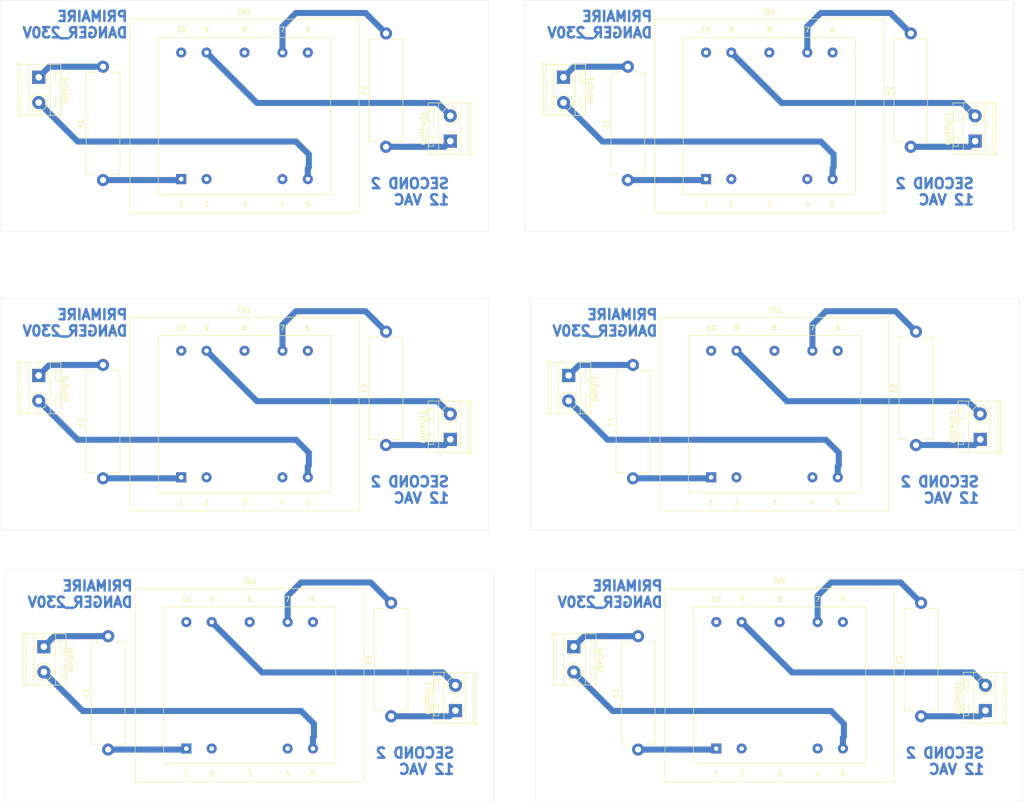
<source format=kicad_pcb>
(kicad_pcb (version 20240108) (generator "pcbnew") (generator_version "8.0")
  (layers (0 "F.Cu" signal) (31 "B.Cu" signal) (34 "B.Paste" user) (35 "F.Paste" user) (36 "B.SilkS" user "B.Silkscreen") (37 "F.SilkS" user "F.Silkscreen") (38 "B.Mask" user) (39 "F.Mask" user) (44 "Edge.Cuts" user))
  (net 0 "")
  (net 1 "Net-(F2-Pad2)")
  (net 2 "Net-(INPUT1-Pin_2)")
  (net 3 "Net-(OUTPUT1-Pin_2)")
  (net 4 "Net-(F1-Pad1)")
  (net 5 "Net-(INPUT1-Pin_1)")
  (net 6 "Net-(OUTPUT1-Pin_1)")
  (footprint "Resistor_THT:R_Axial_Power_L20.0mm_W6.4mm_P22.40mm" (layer "F.Cu") (at 206.248 50.316 90)
    (property "Reference" "F2" (at 11.2 -4.32 90) (layer "F.SilkS"))
    (property "Value" "500m")
    (pad "1" thru_hole circle (at 0 0 90) (size 2.4 2.4) (drill 1.2) (layers "*.Cu" "*.Mask") (net 6 "Net-(OUTPUT1-Pin_1)"))
    (pad "2" thru_hole oval (at 22.4 0 90) (size 2.4 2.4) (drill 1.2) (layers "*.Cu" "*.Mask") (net 1 "Net-(F2-Pad2)"))
  )
  (footprint "TerminalBlock_MetzConnect:TerminalBlock_MetzConnect_Type094_RT03502HBLU_1x02_P5.00mm_Horizontal" (layer "F.Cu") (at 220.98 161.718 90)
    (property "Reference" "OUTPUT1" (at 2.5 -5.36 90) (layer "F.SilkS"))
    (property "Value" "OUTPUT_12_AC")
    (pad "1" thru_hole rect (at 0 0 90) (size 2.6 2.6) (drill 1.3) (layers "*.Cu" "*.Mask") (net 6 "Net-(OUTPUT1-Pin_1)"))
    (pad "2" thru_hole circle (at 5 0 90) (size 2.6 2.6) (drill 1.3) (layers "*.Cu" "*.Mask") (net 3 "Net-(OUTPUT1-Pin_2)"))
  )
  (footprint "TerminalBlock_MetzConnect:TerminalBlock_MetzConnect_Type094_RT03502HBLU_1x02_P5.00mm_Horizontal" (layer "F.Cu") (at 137.668 36.576 -90)
    (property "Reference" "INPUT1" (at 2.5 -5.36 90) (layer "F.SilkS"))
    (property "Value" "INPUT_230V_AC")
    (pad "1" thru_hole rect (at 0 0 270) (size 2.6 2.6) (drill 1.3) (layers "*.Cu" "*.Mask") (net 5 "Net-(INPUT1-Pin_1)"))
    (pad "2" thru_hole circle (at 5 0 270) (size 2.6 2.6) (drill 1.3) (layers "*.Cu" "*.Mask") (net 2 "Net-(INPUT1-Pin_2)"))
  )
  (footprint "Transformer_THT:Transformer_Breve_TEZ-38x45" (layer "F.Cu") (at 62.176 56.696)
    (property "Reference" "TR1" (at 12.5 -33 0) (layer "F.SilkS"))
    (property "Value" "TRANSF")
    (fp_text user "10" (at 0 -29.5 0) (layer "F.SilkS"))
    (fp_text user "5" (at 25 5 0) (layer "F.SilkS"))
    (fp_text user "1" (at 0 5 0) (layer "F.SilkS"))
    (fp_text user "2" (at 5 5 0) (layer "F.SilkS"))
    (fp_text user "8" (at 12.5 -29.5 0) (layer "F.SilkS"))
    (fp_text user "3" (at 12.5 5 0) (layer "F.SilkS"))
    (fp_text user "4" (at 20 5 0) (layer "F.SilkS"))
    (fp_text user "7" (at 20 -29.5 0) (layer "F.SilkS"))
    (fp_text user "6" (at 25 -29.5 0) (layer "F.SilkS"))
    (fp_text user "9" (at 5 -29.5 0) (layer "F.SilkS"))
    (pad "1" thru_hole rect (at 0 0) (size 2 2) (drill 0.9) (layers "*.Cu" "*.Mask") (net 4 "Net-(F1-Pad1)"))
    (pad "2" thru_hole circle (at 5 0) (size 2 2) (drill 0.9) (layers "*.Cu" "*.Mask"))
    (pad "4" thru_hole circle (at 20 0) (size 2 2) (drill 0.9) (layers "*.Cu" "*.Mask"))
    (pad "5" thru_hole circle (at 25 0) (size 2 2) (drill 0.9) (layers "*.Cu" "*.Mask") (net 2 "Net-(INPUT1-Pin_2)"))
    (pad "6" thru_hole circle (at 25 -25) (size 2 2) (drill 0.9) (layers "*.Cu" "*.Mask"))
    (pad "7" thru_hole circle (at 20 -25) (size 2 2) (drill 0.9) (layers "*.Cu" "*.Mask") (net 1 "Net-(F2-Pad2)"))
    (pad "8" thru_hole circle (at 12.5 -25) (size 2 2) (drill 0.9) (layers "*.Cu" "*.Mask"))
    (pad "9" thru_hole circle (at 5 -25) (size 2 2) (drill 0.9) (layers "*.Cu" "*.Mask") (net 3 "Net-(OUTPUT1-Pin_2)"))
    (pad "10" thru_hole circle (at 0 -25) (size 2 2) (drill 0.9) (layers "*.Cu" "*.Mask"))
  )
  (footprint "Transformer_THT:Transformer_Breve_TEZ-38x45" (layer "F.Cu") (at 63.192 169.218)
    (property "Reference" "TR1" (at 12.5 -33 0) (layer "F.SilkS"))
    (property "Value" "TRANSF")
    (fp_text user "10" (at 0 -29.5 0) (layer "F.SilkS"))
    (fp_text user "5" (at 25 5 0) (layer "F.SilkS"))
    (fp_text user "1" (at 0 5 0) (layer "F.SilkS"))
    (fp_text user "2" (at 5 5 0) (layer "F.SilkS"))
    (fp_text user "8" (at 12.5 -29.5 0) (layer "F.SilkS"))
    (fp_text user "3" (at 12.5 5 0) (layer "F.SilkS"))
    (fp_text user "4" (at 20 5 0) (layer "F.SilkS"))
    (fp_text user "7" (at 20 -29.5 0) (layer "F.SilkS"))
    (fp_text user "6" (at 25 -29.5 0) (layer "F.SilkS"))
    (fp_text user "9" (at 5 -29.5 0) (layer "F.SilkS"))
    (pad "1" thru_hole rect (at 0 0) (size 2 2) (drill 0.9) (layers "*.Cu" "*.Mask") (net 4 "Net-(F1-Pad1)"))
    (pad "2" thru_hole circle (at 5 0) (size 2 2) (drill 0.9) (layers "*.Cu" "*.Mask"))
    (pad "4" thru_hole circle (at 20 0) (size 2 2) (drill 0.9) (layers "*.Cu" "*.Mask"))
    (pad "5" thru_hole circle (at 25 0) (size 2 2) (drill 0.9) (layers "*.Cu" "*.Mask") (net 2 "Net-(INPUT1-Pin_2)"))
    (pad "6" thru_hole circle (at 25 -25) (size 2 2) (drill 0.9) (layers "*.Cu" "*.Mask"))
    (pad "7" thru_hole circle (at 20 -25) (size 2 2) (drill 0.9) (layers "*.Cu" "*.Mask") (net 1 "Net-(F2-Pad2)"))
    (pad "8" thru_hole circle (at 12.5 -25) (size 2 2) (drill 0.9) (layers "*.Cu" "*.Mask"))
    (pad "9" thru_hole circle (at 5 -25) (size 2 2) (drill 0.9) (layers "*.Cu" "*.Mask") (net 3 "Net-(OUTPUT1-Pin_2)"))
    (pad "10" thru_hole circle (at 0 -25) (size 2 2) (drill 0.9) (layers "*.Cu" "*.Mask"))
  )
  (footprint "TerminalBlock_MetzConnect:TerminalBlock_MetzConnect_Type094_RT03502HBLU_1x02_P5.00mm_Horizontal" (layer "F.Cu") (at 139.7 149.098 -90)
    (property "Reference" "INPUT1" (at 2.5 -5.36 90) (layer "F.SilkS"))
    (property "Value" "INPUT_230V_AC")
    (pad "1" thru_hole rect (at 0 0 270) (size 2.6 2.6) (drill 1.3) (layers "*.Cu" "*.Mask") (net 5 "Net-(INPUT1-Pin_1)"))
    (pad "2" thru_hole circle (at 5 0 270) (size 2.6 2.6) (drill 1.3) (layers "*.Cu" "*.Mask") (net 2 "Net-(INPUT1-Pin_2)"))
  )
  (footprint "TerminalBlock_MetzConnect:TerminalBlock_MetzConnect_Type094_RT03502HBLU_1x02_P5.00mm_Horizontal" (layer "F.Cu") (at 115.316 49.196 90)
    (property "Reference" "OUTPUT1" (at 2.5 -5.36 90) (layer "F.SilkS"))
    (property "Value" "OUTPUT_12_AC")
    (pad "1" thru_hole rect (at 0 0 90) (size 2.6 2.6) (drill 1.3) (layers "*.Cu" "*.Mask") (net 6 "Net-(OUTPUT1-Pin_1)"))
    (pad "2" thru_hole circle (at 5 0 90) (size 2.6 2.6) (drill 1.3) (layers "*.Cu" "*.Mask") (net 3 "Net-(OUTPUT1-Pin_2)"))
  )
  (footprint "Transformer_THT:Transformer_Breve_TEZ-38x45" (layer "F.Cu") (at 167.84 169.218)
    (property "Reference" "TR1" (at 12.5 -33 0) (layer "F.SilkS"))
    (property "Value" "TRANSF")
    (fp_text user "10" (at 0 -29.5 0) (layer "F.SilkS"))
    (fp_text user "5" (at 25 5 0) (layer "F.SilkS"))
    (fp_text user "1" (at 0 5 0) (layer "F.SilkS"))
    (fp_text user "2" (at 5 5 0) (layer "F.SilkS"))
    (fp_text user "8" (at 12.5 -29.5 0) (layer "F.SilkS"))
    (fp_text user "3" (at 12.5 5 0) (layer "F.SilkS"))
    (fp_text user "4" (at 20 5 0) (layer "F.SilkS"))
    (fp_text user "7" (at 20 -29.5 0) (layer "F.SilkS"))
    (fp_text user "6" (at 25 -29.5 0) (layer "F.SilkS"))
    (fp_text user "9" (at 5 -29.5 0) (layer "F.SilkS"))
    (pad "1" thru_hole rect (at 0 0) (size 2 2) (drill 0.9) (layers "*.Cu" "*.Mask") (net 4 "Net-(F1-Pad1)"))
    (pad "2" thru_hole circle (at 5 0) (size 2 2) (drill 0.9) (layers "*.Cu" "*.Mask"))
    (pad "4" thru_hole circle (at 20 0) (size 2 2) (drill 0.9) (layers "*.Cu" "*.Mask"))
    (pad "5" thru_hole circle (at 25 0) (size 2 2) (drill 0.9) (layers "*.Cu" "*.Mask") (net 2 "Net-(INPUT1-Pin_2)"))
    (pad "6" thru_hole circle (at 25 -25) (size 2 2) (drill 0.9) (layers "*.Cu" "*.Mask"))
    (pad "7" thru_hole circle (at 20 -25) (size 2 2) (drill 0.9) (layers "*.Cu" "*.Mask") (net 1 "Net-(F2-Pad2)"))
    (pad "8" thru_hole circle (at 12.5 -25) (size 2 2) (drill 0.9) (layers "*.Cu" "*.Mask"))
    (pad "9" thru_hole circle (at 5 -25) (size 2 2) (drill 0.9) (layers "*.Cu" "*.Mask") (net 3 "Net-(OUTPUT1-Pin_2)"))
    (pad "10" thru_hole circle (at 0 -25) (size 2 2) (drill 0.9) (layers "*.Cu" "*.Mask"))
  )
  (footprint "Transformer_THT:Transformer_Breve_TEZ-38x45" (layer "F.Cu") (at 62.176 115.624)
    (property "Reference" "TR1" (at 12.5 -33 0) (layer "F.SilkS"))
    (property "Value" "TRANSF")
    (fp_text user "10" (at 0 -29.5 0) (layer "F.SilkS"))
    (fp_text user "5" (at 25 5 0) (layer "F.SilkS"))
    (fp_text user "1" (at 0 5 0) (layer "F.SilkS"))
    (fp_text user "2" (at 5 5 0) (layer "F.SilkS"))
    (fp_text user "8" (at 12.5 -29.5 0) (layer "F.SilkS"))
    (fp_text user "3" (at 12.5 5 0) (layer "F.SilkS"))
    (fp_text user "4" (at 20 5 0) (layer "F.SilkS"))
    (fp_text user "7" (at 20 -29.5 0) (layer "F.SilkS"))
    (fp_text user "6" (at 25 -29.5 0) (layer "F.SilkS"))
    (fp_text user "9" (at 5 -29.5 0) (layer "F.SilkS"))
    (pad "1" thru_hole rect (at 0 0) (size 2 2) (drill 0.9) (layers "*.Cu" "*.Mask") (net 4 "Net-(F1-Pad1)"))
    (pad "2" thru_hole circle (at 5 0) (size 2 2) (drill 0.9) (layers "*.Cu" "*.Mask"))
    (pad "4" thru_hole circle (at 20 0) (size 2 2) (drill 0.9) (layers "*.Cu" "*.Mask"))
    (pad "5" thru_hole circle (at 25 0) (size 2 2) (drill 0.9) (layers "*.Cu" "*.Mask") (net 2 "Net-(INPUT1-Pin_2)"))
    (pad "6" thru_hole circle (at 25 -25) (size 2 2) (drill 0.9) (layers "*.Cu" "*.Mask"))
    (pad "7" thru_hole circle (at 20 -25) (size 2 2) (drill 0.9) (layers "*.Cu" "*.Mask") (net 1 "Net-(F2-Pad2)"))
    (pad "8" thru_hole circle (at 12.5 -25) (size 2 2) (drill 0.9) (layers "*.Cu" "*.Mask"))
    (pad "9" thru_hole circle (at 5 -25) (size 2 2) (drill 0.9) (layers "*.Cu" "*.Mask") (net 3 "Net-(OUTPUT1-Pin_2)"))
    (pad "10" thru_hole circle (at 0 -25) (size 2 2) (drill 0.9) (layers "*.Cu" "*.Mask"))
  )
  (footprint "Resistor_THT:R_Axial_Power_L20.0mm_W6.4mm_P22.40mm" (layer "F.Cu") (at 46.736 56.896 90)
    (property "Reference" "F1" (at 11.2 -4.32 90) (layer "F.SilkS"))
    (property "Value" "500m")
    (pad "1" thru_hole circle (at 0 0 90) (size 2.4 2.4) (drill 1.2) (layers "*.Cu" "*.Mask") (net 4 "Net-(F1-Pad1)"))
    (pad "2" thru_hole oval (at 22.4 0 90) (size 2.4 2.4) (drill 1.2) (layers "*.Cu" "*.Mask") (net 5 "Net-(INPUT1-Pin_1)"))
  )
  (footprint "TerminalBlock_MetzConnect:TerminalBlock_MetzConnect_Type094_RT03502HBLU_1x02_P5.00mm_Horizontal" (layer "F.Cu") (at 218.948 49.196 90)
    (property "Reference" "OUTPUT1" (at 2.5 -5.36 90) (layer "F.SilkS"))
    (property "Value" "OUTPUT_12_AC")
    (pad "1" thru_hole rect (at 0 0 90) (size 2.6 2.6) (drill 1.3) (layers "*.Cu" "*.Mask") (net 6 "Net-(OUTPUT1-Pin_1)"))
    (pad "2" thru_hole circle (at 5 0 90) (size 2.6 2.6) (drill 1.3) (layers "*.Cu" "*.Mask") (net 3 "Net-(OUTPUT1-Pin_2)"))
  )
  (footprint "Transformer_THT:Transformer_Breve_TEZ-38x45" (layer "F.Cu") (at 166.824 115.624)
    (property "Reference" "TR1" (at 12.5 -33 0) (layer "F.SilkS"))
    (property "Value" "TRANSF")
    (fp_text user "10" (at 0 -29.5 0) (layer "F.SilkS"))
    (fp_text user "5" (at 25 5 0) (layer "F.SilkS"))
    (fp_text user "1" (at 0 5 0) (layer "F.SilkS"))
    (fp_text user "2" (at 5 5 0) (layer "F.SilkS"))
    (fp_text user "8" (at 12.5 -29.5 0) (layer "F.SilkS"))
    (fp_text user "3" (at 12.5 5 0) (layer "F.SilkS"))
    (fp_text user "4" (at 20 5 0) (layer "F.SilkS"))
    (fp_text user "7" (at 20 -29.5 0) (layer "F.SilkS"))
    (fp_text user "6" (at 25 -29.5 0) (layer "F.SilkS"))
    (fp_text user "9" (at 5 -29.5 0) (layer "F.SilkS"))
    (pad "1" thru_hole rect (at 0 0) (size 2 2) (drill 0.9) (layers "*.Cu" "*.Mask") (net 4 "Net-(F1-Pad1)"))
    (pad "2" thru_hole circle (at 5 0) (size 2 2) (drill 0.9) (layers "*.Cu" "*.Mask"))
    (pad "4" thru_hole circle (at 20 0) (size 2 2) (drill 0.9) (layers "*.Cu" "*.Mask"))
    (pad "5" thru_hole circle (at 25 0) (size 2 2) (drill 0.9) (layers "*.Cu" "*.Mask") (net 2 "Net-(INPUT1-Pin_2)"))
    (pad "6" thru_hole circle (at 25 -25) (size 2 2) (drill 0.9) (layers "*.Cu" "*.Mask"))
    (pad "7" thru_hole circle (at 20 -25) (size 2 2) (drill 0.9) (layers "*.Cu" "*.Mask") (net 1 "Net-(F2-Pad2)"))
    (pad "8" thru_hole circle (at 12.5 -25) (size 2 2) (drill 0.9) (layers "*.Cu" "*.Mask"))
    (pad "9" thru_hole circle (at 5 -25) (size 2 2) (drill 0.9) (layers "*.Cu" "*.Mask") (net 3 "Net-(OUTPUT1-Pin_2)"))
    (pad "10" thru_hole circle (at 0 -25) (size 2 2) (drill 0.9) (layers "*.Cu" "*.Mask"))
  )
  (footprint "Resistor_THT:R_Axial_Power_L20.0mm_W6.4mm_P22.40mm" (layer "F.Cu") (at 103.632 162.838 90)
    (property "Reference" "F2" (at 11.2 -4.32 90) (layer "F.SilkS"))
    (property "Value" "500m")
    (pad "1" thru_hole circle (at 0 0 90) (size 2.4 2.4) (drill 1.2) (layers "*.Cu" "*.Mask") (net 6 "Net-(OUTPUT1-Pin_1)"))
    (pad "2" thru_hole oval (at 22.4 0 90) (size 2.4 2.4) (drill 1.2) (layers "*.Cu" "*.Mask") (net 1 "Net-(F2-Pad2)"))
  )
  (footprint "Resistor_THT:R_Axial_Power_L20.0mm_W6.4mm_P22.40mm" (layer "F.Cu") (at 152.4 169.418 90)
    (property "Reference" "F1" (at 11.2 -4.32 90) (layer "F.SilkS"))
    (property "Value" "500m")
    (pad "1" thru_hole circle (at 0 0 90) (size 2.4 2.4) (drill 1.2) (layers "*.Cu" "*.Mask") (net 4 "Net-(F1-Pad1)"))
    (pad "2" thru_hole oval (at 22.4 0 90) (size 2.4 2.4) (drill 1.2) (layers "*.Cu" "*.Mask") (net 5 "Net-(INPUT1-Pin_1)"))
  )
  (footprint "Resistor_THT:R_Axial_Power_L20.0mm_W6.4mm_P22.40mm" (layer "F.Cu") (at 151.384 115.824 90)
    (property "Reference" "F1" (at 11.2 -4.32 90) (layer "F.SilkS"))
    (property "Value" "500m")
    (pad "1" thru_hole circle (at 0 0 90) (size 2.4 2.4) (drill 1.2) (layers "*.Cu" "*.Mask") (net 4 "Net-(F1-Pad1)"))
    (pad "2" thru_hole oval (at 22.4 0 90) (size 2.4 2.4) (drill 1.2) (layers "*.Cu" "*.Mask") (net 5 "Net-(INPUT1-Pin_1)"))
  )
  (footprint "Resistor_THT:R_Axial_Power_L20.0mm_W6.4mm_P22.40mm" (layer "F.Cu") (at 208.28 162.838 90)
    (property "Reference" "F2" (at 11.2 -4.32 90) (layer "F.SilkS"))
    (property "Value" "500m")
    (pad "1" thru_hole circle (at 0 0 90) (size 2.4 2.4) (drill 1.2) (layers "*.Cu" "*.Mask") (net 6 "Net-(OUTPUT1-Pin_1)"))
    (pad "2" thru_hole oval (at 22.4 0 90) (size 2.4 2.4) (drill 1.2) (layers "*.Cu" "*.Mask") (net 1 "Net-(F2-Pad2)"))
  )
  (footprint "TerminalBlock_MetzConnect:TerminalBlock_MetzConnect_Type094_RT03502HBLU_1x02_P5.00mm_Horizontal" (layer "F.Cu") (at 138.684 95.504 -90)
    (property "Reference" "INPUT1" (at 2.5 -5.36 90) (layer "F.SilkS"))
    (property "Value" "INPUT_230V_AC")
    (pad "1" thru_hole rect (at 0 0 270) (size 2.6 2.6) (drill 1.3) (layers "*.Cu" "*.Mask") (net 5 "Net-(INPUT1-Pin_1)"))
    (pad "2" thru_hole circle (at 5 0 270) (size 2.6 2.6) (drill 1.3) (layers "*.Cu" "*.Mask") (net 2 "Net-(INPUT1-Pin_2)"))
  )
  (footprint "Resistor_THT:R_Axial_Power_L20.0mm_W6.4mm_P22.40mm" (layer "F.Cu") (at 46.736 115.824 90)
    (property "Reference" "F1" (at 11.2 -4.32 90) (layer "F.SilkS"))
    (property "Value" "500m")
    (pad "1" thru_hole circle (at 0 0 90) (size 2.4 2.4) (drill 1.2) (layers "*.Cu" "*.Mask") (net 4 "Net-(F1-Pad1)"))
    (pad "2" thru_hole oval (at 22.4 0 90) (size 2.4 2.4) (drill 1.2) (layers "*.Cu" "*.Mask") (net 5 "Net-(INPUT1-Pin_1)"))
  )
  (footprint "TerminalBlock_MetzConnect:TerminalBlock_MetzConnect_Type094_RT03502HBLU_1x02_P5.00mm_Horizontal" (layer "F.Cu") (at 115.316 108.124 90)
    (property "Reference" "OUTPUT1" (at 2.5 -5.36 90) (layer "F.SilkS"))
    (property "Value" "OUTPUT_12_AC")
    (pad "1" thru_hole rect (at 0 0 90) (size 2.6 2.6) (drill 1.3) (layers "*.Cu" "*.Mask") (net 6 "Net-(OUTPUT1-Pin_1)"))
    (pad "2" thru_hole circle (at 5 0 90) (size 2.6 2.6) (drill 1.3) (layers "*.Cu" "*.Mask") (net 3 "Net-(OUTPUT1-Pin_2)"))
  )
  (footprint "Resistor_THT:R_Axial_Power_L20.0mm_W6.4mm_P22.40mm" (layer "F.Cu") (at 150.368 56.896 90)
    (property "Reference" "F1" (at 11.2 -4.32 90) (layer "F.SilkS"))
    (property "Value" "500m")
    (pad "1" thru_hole circle (at 0 0 90) (size 2.4 2.4) (drill 1.2) (layers "*.Cu" "*.Mask") (net 4 "Net-(F1-Pad1)"))
    (pad "2" thru_hole oval (at 22.4 0 90) (size 2.4 2.4) (drill 1.2) (layers "*.Cu" "*.Mask") (net 5 "Net-(INPUT1-Pin_1)"))
  )
  (footprint "Resistor_THT:R_Axial_Power_L20.0mm_W6.4mm_P22.40mm" (layer "F.Cu") (at 207.264 109.244 90)
    (property "Reference" "F2" (at 11.2 -4.32 90) (layer "F.SilkS"))
    (property "Value" "500m")
    (pad "1" thru_hole circle (at 0 0 90) (size 2.4 2.4) (drill 1.2) (layers "*.Cu" "*.Mask") (net 6 "Net-(OUTPUT1-Pin_1)"))
    (pad "2" thru_hole oval (at 22.4 0 90) (size 2.4 2.4) (drill 1.2) (layers "*.Cu" "*.Mask") (net 1 "Net-(F2-Pad2)"))
  )
  (footprint "Transformer_THT:Transformer_Breve_TEZ-38x45" (layer "F.Cu") (at 165.808 56.696)
    (property "Reference" "TR1" (at 12.5 -33 0) (layer "F.SilkS"))
    (property "Value" "TRANSF")
    (fp_text user "10" (at 0 -29.5 0) (layer "F.SilkS"))
    (fp_text user "5" (at 25 5 0) (layer "F.SilkS"))
    (fp_text user "1" (at 0 5 0) (layer "F.SilkS"))
    (fp_text user "2" (at 5 5 0) (layer "F.SilkS"))
    (fp_text user "8" (at 12.5 -29.5 0) (layer "F.SilkS"))
    (fp_text user "3" (at 12.5 5 0) (layer "F.SilkS"))
    (fp_text user "4" (at 20 5 0) (layer "F.SilkS"))
    (fp_text user "7" (at 20 -29.5 0) (layer "F.SilkS"))
    (fp_text user "6" (at 25 -29.5 0) (layer "F.SilkS"))
    (fp_text user "9" (at 5 -29.5 0) (layer "F.SilkS"))
    (pad "1" thru_hole rect (at 0 0) (size 2 2) (drill 0.9) (layers "*.Cu" "*.Mask") (net 4 "Net-(F1-Pad1)"))
    (pad "2" thru_hole circle (at 5 0) (size 2 2) (drill 0.9) (layers "*.Cu" "*.Mask"))
    (pad "4" thru_hole circle (at 20 0) (size 2 2) (drill 0.9) (layers "*.Cu" "*.Mask"))
    (pad "5" thru_hole circle (at 25 0) (size 2 2) (drill 0.9) (layers "*.Cu" "*.Mask") (net 2 "Net-(INPUT1-Pin_2)"))
    (pad "6" thru_hole circle (at 25 -25) (size 2 2) (drill 0.9) (layers "*.Cu" "*.Mask"))
    (pad "7" thru_hole circle (at 20 -25) (size 2 2) (drill 0.9) (layers "*.Cu" "*.Mask") (net 1 "Net-(F2-Pad2)"))
    (pad "8" thru_hole circle (at 12.5 -25) (size 2 2) (drill 0.9) (layers "*.Cu" "*.Mask"))
    (pad "9" thru_hole circle (at 5 -25) (size 2 2) (drill 0.9) (layers "*.Cu" "*.Mask") (net 3 "Net-(OUTPUT1-Pin_2)"))
    (pad "10" thru_hole circle (at 0 -25) (size 2 2) (drill 0.9) (layers "*.Cu" "*.Mask"))
  )
  (footprint "TerminalBlock_MetzConnect:TerminalBlock_MetzConnect_Type094_RT03502HBLU_1x02_P5.00mm_Horizontal" (layer "F.Cu") (at 34.036 95.504 -90)
    (property "Reference" "INPUT1" (at 2.5 -5.36 90) (layer "F.SilkS"))
    (property "Value" "INPUT_230V_AC")
    (pad "1" thru_hole rect (at 0 0 270) (size 2.6 2.6) (drill 1.3) (layers "*.Cu" "*.Mask") (net 5 "Net-(INPUT1-Pin_1)"))
    (pad "2" thru_hole circle (at 5 0 270) (size 2.6 2.6) (drill 1.3) (layers "*.Cu" "*.Mask") (net 2 "Net-(INPUT1-Pin_2)"))
  )
  (footprint "TerminalBlock_MetzConnect:TerminalBlock_MetzConnect_Type094_RT03502HBLU_1x02_P5.00mm_Horizontal" (layer "F.Cu") (at 116.332 161.718 90)
    (property "Reference" "OUTPUT1" (at 2.5 -5.36 90) (layer "F.SilkS"))
    (property "Value" "OUTPUT_12_AC")
    (pad "1" thru_hole rect (at 0 0 90) (size 2.6 2.6) (drill 1.3) (layers "*.Cu" "*.Mask") (net 6 "Net-(OUTPUT1-Pin_1)"))
    (pad "2" thru_hole circle (at 5 0 90) (size 2.6 2.6) (drill 1.3) (layers "*.Cu" "*.Mask") (net 3 "Net-(OUTPUT1-Pin_2)"))
  )
  (footprint "Resistor_THT:R_Axial_Power_L20.0mm_W6.4mm_P22.40mm" (layer "F.Cu") (at 47.752 169.418 90)
    (property "Reference" "F1" (at 11.2 -4.32 90) (layer "F.SilkS"))
    (property "Value" "500m")
    (pad "1" thru_hole circle (at 0 0 90) (size 2.4 2.4) (drill 1.2) (layers "*.Cu" "*.Mask") (net 4 "Net-(F1-Pad1)"))
    (pad "2" thru_hole oval (at 22.4 0 90) (size 2.4 2.4) (drill 1.2) (layers "*.Cu" "*.Mask") (net 5 "Net-(INPUT1-Pin_1)"))
  )
  (footprint "TerminalBlock_MetzConnect:TerminalBlock_MetzConnect_Type094_RT03502HBLU_1x02_P5.00mm_Horizontal" (layer "F.Cu") (at 34.036 36.576 -90)
    (property "Reference" "INPUT1" (at 2.5 -5.36 90) (layer "F.SilkS"))
    (property "Value" "INPUT_230V_AC")
    (pad "1" thru_hole rect (at 0 0 270) (size 2.6 2.6) (drill 1.3) (layers "*.Cu" "*.Mask") (net 5 "Net-(INPUT1-Pin_1)"))
    (pad "2" thru_hole circle (at 5 0 270) (size 2.6 2.6) (drill 1.3) (layers "*.Cu" "*.Mask") (net 2 "Net-(INPUT1-Pin_2)"))
  )
  (footprint "Resistor_THT:R_Axial_Power_L20.0mm_W6.4mm_P22.40mm" (layer "F.Cu") (at 102.616 109.244 90)
    (property "Reference" "F2" (at 11.2 -4.32 90) (layer "F.SilkS"))
    (property "Value" "500m")
    (pad "1" thru_hole circle (at 0 0 90) (size 2.4 2.4) (drill 1.2) (layers "*.Cu" "*.Mask") (net 6 "Net-(OUTPUT1-Pin_1)"))
    (pad "2" thru_hole oval (at 22.4 0 90) (size 2.4 2.4) (drill 1.2) (layers "*.Cu" "*.Mask") (net 1 "Net-(F2-Pad2)"))
  )
  (footprint "TerminalBlock_MetzConnect:TerminalBlock_MetzConnect_Type094_RT03502HBLU_1x02_P5.00mm_Horizontal" (layer "F.Cu") (at 219.964 108.124 90)
    (property "Reference" "OUTPUT1" (at 2.5 -5.36 90) (layer "F.SilkS"))
    (property "Value" "OUTPUT_12_AC")
    (pad "1" thru_hole rect (at 0 0 90) (size 2.6 2.6) (drill 1.3) (layers "*.Cu" "*.Mask") (net 6 "Net-(OUTPUT1-Pin_1)"))
    (pad "2" thru_hole circle (at 5 0 90) (size 2.6 2.6) (drill 1.3) (layers "*.Cu" "*.Mask") (net 3 "Net-(OUTPUT1-Pin_2)"))
  )
  (footprint "TerminalBlock_MetzConnect:TerminalBlock_MetzConnect_Type094_RT03502HBLU_1x02_P5.00mm_Horizontal" (layer "F.Cu") (at 35.052 149.098 -90)
    (property "Reference" "INPUT1" (at 2.5 -5.36 90) (layer "F.SilkS"))
    (property "Value" "INPUT_230V_AC")
    (pad "1" thru_hole rect (at 0 0 270) (size 2.6 2.6) (drill 1.3) (layers "*.Cu" "*.Mask") (net 5 "Net-(INPUT1-Pin_1)"))
    (pad "2" thru_hole circle (at 5 0 270) (size 2.6 2.6) (drill 1.3) (layers "*.Cu" "*.Mask") (net 2 "Net-(INPUT1-Pin_2)"))
  )
  (footprint "Resistor_THT:R_Axial_Power_L20.0mm_W6.4mm_P22.40mm" (layer "F.Cu") (at 102.616 50.316 90)
    (property "Reference" "F2" (at 11.2 -4.32 90) (layer "F.SilkS"))
    (property "Value" "500m")
    (pad "1" thru_hole circle (at 0 0 90) (size 2.4 2.4) (drill 1.2) (layers "*.Cu" "*.Mask") (net 6 "Net-(OUTPUT1-Pin_1)"))
    (pad "2" thru_hole oval (at 22.4 0 90) (size 2.4 2.4) (drill 1.2) (layers "*.Cu" "*.Mask") (net 1 "Net-(F2-Pad2)"))
  )
  (gr_rect (start 132.08 133.858) (end 228.6 179.578) (stroke (width 0.05)) (fill none) (layer "Edge.Cuts"))
  (gr_rect (start 130.048 21.336) (end 226.568 67.056) (stroke (width 0.05)) (fill none) (layer "Edge.Cuts"))
  (gr_rect (start 26.416 80.264) (end 122.936 125.984) (stroke (width 0.05)) (fill none) (layer "Edge.Cuts"))
  (gr_rect (start 26.416 21.336) (end 122.936 67.056) (stroke (width 0.05)) (fill none) (layer "Edge.Cuts"))
  (gr_rect (start 27.432 133.858) (end 123.952 179.578) (stroke (width 0.05)) (fill none) (layer "Edge.Cuts"))
  (gr_rect (start 131.064 80.264) (end 227.584 125.984) (stroke (width 0.05)) (fill none) (layer "Edge.Cuts"))
  (gr_text "PRIMAIRE\nDANGER_230V" (at 156.464 87.884 0) (layer "B.Cu") (effects (font (size 2 2) (thickness 0.5) (bold yes)) (justify left bottom mirror)))
  (gr_text "SECOND 2\n12 VAC" (at 220.98 174.498 0) (layer "B.Cu") (effects (font (size 2 2) (thickness 0.5) (bold yes)) (justify left bottom mirror)))
  (gr_text "PRIMAIRE\nDANGER_230V" (at 51.816 28.956 0) (layer "B.Cu") (effects (font (size 2 2) (thickness 0.5) (bold yes)) (justify left bottom mirror)))
  (gr_text "PRIMAIRE\nDANGER_230V" (at 51.816 87.884 0) (layer "B.Cu") (effects (font (size 2 2) (thickness 0.5) (bold yes)) (justify left bottom mirror)))
  (gr_text "SECOND 2\n12 VAC" (at 116.332 174.498 0) (layer "B.Cu") (effects (font (size 2 2) (thickness 0.5) (bold yes)) (justify left bottom mirror)))
  (gr_text "PRIMAIRE\nDANGER_230V" (at 155.448 28.956 0) (layer "B.Cu") (effects (font (size 2 2) (thickness 0.5) (bold yes)) (justify left bottom mirror)))
  (gr_text "SECOND 2\n12 VAC" (at 115.316 120.904 0) (layer "B.Cu") (effects (font (size 2 2) (thickness 0.5) (bold yes)) (justify left bottom mirror)))
  (gr_text "PRIMAIRE\nDANGER_230V" (at 52.832 141.478 0) (layer "B.Cu") (effects (font (size 2 2) (thickness 0.5) (bold yes)) (justify left bottom mirror)))
  (gr_text "SECOND 2\n12 VAC" (at 115.316 61.976 0) (layer "B.Cu") (effects (font (size 2 2) (thickness 0.5) (bold yes)) (justify left bottom mirror)))
  (gr_text "SECOND 2\n12 VAC" (at 219.964 120.904 0) (layer "B.Cu") (effects (font (size 2 2) (thickness 0.5) (bold yes)) (justify left bottom mirror)))
  (gr_text "PRIMAIRE\nDANGER_230V" (at 157.48 141.478 0) (layer "B.Cu") (effects (font (size 2 2) (thickness 0.5) (bold yes)) (justify left bottom mirror)))
  (gr_text "SECOND 2\n12 VAC" (at 218.948 61.976 0) (layer "B.Cu") (effects (font (size 2 2) (thickness 0.5) (bold yes)) (justify left bottom mirror)))
  (segment (start 206.248 27.916) (end 202.208 23.876) (width 1.2) (layer "B.Cu") (net 1))
  (segment (start 103.632 140.438) (end 99.592 136.398) (width 1.2) (layer "B.Cu") (net 1))
  (segment (start 189.484 82.804) (end 186.824 85.464) (width 1.2) (layer "B.Cu") (net 1))
  (segment (start 84.836 82.804) (end 82.176 85.464) (width 1.2) (layer "B.Cu") (net 1))
  (segment (start 208.28 140.438) (end 204.24 136.398) (width 1.2) (layer "B.Cu") (net 1))
  (segment (start 99.592 136.398) (end 85.852 136.398) (width 1.2) (layer "B.Cu") (net 1))
  (segment (start 207.264 86.844) (end 203.224 82.804) (width 1.2) (layer "B.Cu") (net 1))
  (segment (start 84.836 23.876) (end 82.176 26.536) (width 1.2) (layer "B.Cu") (net 1))
  (segment (start 190.5 136.398) (end 187.84 139.058) (width 1.2) (layer "B.Cu") (net 1))
  (segment (start 98.576 82.804) (end 84.836 82.804) (width 1.2) (layer "B.Cu") (net 1))
  (segment (start 102.616 86.844) (end 98.576 82.804) (width 1.2) (layer "B.Cu") (net 1))
  (segment (start 202.208 23.876) (end 188.468 23.876) (width 1.2) (layer "B.Cu") (net 1))
  (segment (start 102.616 27.916) (end 98.576 23.876) (width 1.2) (layer "B.Cu") (net 1))
  (segment (start 98.576 23.876) (end 84.836 23.876) (width 1.2) (layer "B.Cu") (net 1))
  (segment (start 188.468 23.876) (end 185.808 26.536) (width 1.2) (layer "B.Cu") (net 1))
  (segment (start 185.808 26.536) (end 185.808 31.696) (width 1.2) (layer "B.Cu") (net 1))
  (segment (start 187.84 139.058) (end 187.84 144.218) (width 1.2) (layer "B.Cu") (net 1))
  (segment (start 82.176 26.536) (end 82.176 31.696) (width 1.2) (layer "B.Cu") (net 1))
  (segment (start 85.852 136.398) (end 83.192 139.058) (width 1.2) (layer "B.Cu") (net 1))
  (segment (start 203.224 82.804) (end 189.484 82.804) (width 1.2) (layer "B.Cu") (net 1))
  (segment (start 186.824 85.464) (end 186.824 90.624) (width 1.2) (layer "B.Cu") (net 1))
  (segment (start 204.24 136.398) (end 190.5 136.398) (width 1.2) (layer "B.Cu") (net 1))
  (segment (start 83.192 139.058) (end 83.192 144.218) (width 1.2) (layer "B.Cu") (net 1))
  (segment (start 82.176 85.464) (end 82.176 90.624) (width 1.2) (layer "B.Cu") (net 1))
  (segment (start 145.368 49.276) (end 188.468 49.276) (width 1.2) (layer "B.Cu") (net 2))
  (segment (start 190.5 161.798) (end 193.04 164.338) (width 1.2) (layer "B.Cu") (net 2))
  (segment (start 41.736 108.204) (end 84.836 108.204) (width 1.2) (layer "B.Cu") (net 2))
  (segment (start 34.036 100.504) (end 41.736 108.204) (width 1.2) (layer "B.Cu") (net 2))
  (segment (start 87.376 54.356) (end 87.176 54.556) (width 1.2) (layer "B.Cu") (net 2))
  (segment (start 191.008 51.816) (end 191.008 54.356) (width 1.2) (layer "B.Cu") (net 2))
  (segment (start 137.668 41.576) (end 145.368 49.276) (width 1.2) (layer "B.Cu") (net 2))
  (segment (start 88.192 167.078) (end 88.192 169.218) (width 1.2) (layer "B.Cu") (net 2))
  (segment (start 191.824 113.484) (end 191.824 115.624) (width 1.2) (layer "B.Cu") (net 2))
  (segment (start 87.376 113.284) (end 87.176 113.484) (width 1.2) (layer "B.Cu") (net 2))
  (segment (start 41.736 49.276) (end 84.836 49.276) (width 1.2) (layer "B.Cu") (net 2))
  (segment (start 189.484 108.204) (end 192.024 110.744) (width 1.2) (layer "B.Cu") (net 2))
  (segment (start 88.392 164.338) (end 88.392 166.878) (width 1.2) (layer "B.Cu") (net 2))
  (segment (start 87.376 51.816) (end 87.376 54.356) (width 1.2) (layer "B.Cu") (net 2))
  (segment (start 191.008 54.356) (end 190.808 54.556) (width 1.2) (layer "B.Cu") (net 2))
  (segment (start 84.836 49.276) (end 87.376 51.816) (width 1.2) (layer "B.Cu") (net 2))
  (segment (start 34.036 41.576) (end 41.736 49.276) (width 1.2) (layer "B.Cu") (net 2))
  (segment (start 84.836 108.204) (end 87.376 110.744) (width 1.2) (layer "B.Cu") (net 2))
  (segment (start 147.4 161.798) (end 190.5 161.798) (width 1.2) (layer "B.Cu") (net 2))
  (segment (start 190.808 54.556) (end 190.808 56.696) (width 1.2) (layer "B.Cu") (net 2))
  (segment (start 87.176 54.556) (end 87.176 56.696) (width 1.2) (layer "B.Cu") (net 2))
  (segment (start 87.176 113.484) (end 87.176 115.624) (width 1.2) (layer "B.Cu") (net 2))
  (segment (start 85.852 161.798) (end 88.392 164.338) (width 1.2) (layer "B.Cu") (net 2))
  (segment (start 146.384 108.204) (end 189.484 108.204) (width 1.2) (layer "B.Cu") (net 2))
  (segment (start 139.7 154.098) (end 147.4 161.798) (width 1.2) (layer "B.Cu") (net 2))
  (segment (start 193.04 166.878) (end 192.84 167.078) (width 1.2) (layer "B.Cu") (net 2))
  (segment (start 193.04 164.338) (end 193.04 166.878) (width 1.2) (layer "B.Cu") (net 2))
  (segment (start 188.468 49.276) (end 191.008 51.816) (width 1.2) (layer "B.Cu") (net 2))
  (segment (start 192.024 110.744) (end 192.024 113.284) (width 1.2) (layer "B.Cu") (net 2))
  (segment (start 42.752 161.798) (end 85.852 161.798) (width 1.2) (layer "B.Cu") (net 2))
  (segment (start 192.024 113.284) (end 191.824 113.484) (width 1.2) (layer "B.Cu") (net 2))
  (segment (start 35.052 154.098) (end 42.752 161.798) (width 1.2) (layer "B.Cu") (net 2))
  (segment (start 88.392 166.878) (end 88.192 167.078) (width 1.2) (layer "B.Cu") (net 2))
  (segment (start 138.684 100.504) (end 146.384 108.204) (width 1.2) (layer "B.Cu") (net 2))
  (segment (start 192.84 167.078) (end 192.84 169.218) (width 1.2) (layer "B.Cu") (net 2))
  (segment (start 87.376 110.744) (end 87.376 113.284) (width 1.2) (layer "B.Cu") (net 2))
  (segment (start 218.44 154.178) (end 220.98 156.718) (width 1.2) (layer "B.Cu") (net 3))
  (segment (start 67.176 31.696) (end 77.136 41.656) (width 1.2) (layer "B.Cu") (net 3))
  (segment (start 170.808 31.696) (end 180.768 41.656) (width 1.2) (layer "B.Cu") (net 3))
  (segment (start 180.768 41.656) (end 216.408 41.656) (width 1.2) (layer "B.Cu") (net 3))
  (segment (start 172.84 144.218) (end 182.8 154.178) (width 1.2) (layer "B.Cu") (net 3))
  (segment (start 217.424 100.584) (end 219.964 103.124) (width 1.2) (layer "B.Cu") (net 3))
  (segment (start 112.776 100.584) (end 115.316 103.124) (width 1.2) (layer "B.Cu") (net 3))
  (segment (start 77.136 41.656) (end 112.776 41.656) (width 1.2) (layer "B.Cu") (net 3))
  (segment (start 181.784 100.584) (end 217.424 100.584) (width 1.2) (layer "B.Cu") (net 3))
  (segment (start 171.824 90.624) (end 181.784 100.584) (width 1.2) (layer "B.Cu") (net 3))
  (segment (start 77.136 100.584) (end 112.776 100.584) (width 1.2) (layer "B.Cu") (net 3))
  (segment (start 182.8 154.178) (end 218.44 154.178) (width 1.2) (layer "B.Cu") (net 3))
  (segment (start 78.152 154.178) (end 113.792 154.178) (width 1.2) (layer "B.Cu") (net 3))
  (segment (start 216.408 41.656) (end 218.948 44.196) (width 1.2) (layer "B.Cu") (net 3))
  (segment (start 67.176 90.624) (end 77.136 100.584) (width 1.2) (layer "B.Cu") (net 3))
  (segment (start 68.192 144.218) (end 78.152 154.178) (width 1.2) (layer "B.Cu") (net 3))
  (segment (start 113.792 154.178) (end 116.332 156.718) (width 1.2) (layer "B.Cu") (net 3))
  (segment (start 112.776 41.656) (end 115.316 44.196) (width 1.2) (layer "B.Cu") (net 3))
  (segment (start 62.992 169.418) (end 63.192 169.218) (width 1.2) (layer "B.Cu") (net 4))
  (segment (start 151.384 115.824) (end 166.624 115.824) (width 1.2) (layer "B.Cu") (net 4))
  (segment (start 61.976 115.824) (end 62.176 115.624) (width 1.2) (layer "B.Cu") (net 4))
  (segment (start 46.736 56.896) (end 61.976 56.896) (width 1.2) (layer "B.Cu") (net 4))
  (segment (start 167.64 169.418) (end 167.84 169.218) (width 1.2) (layer "B.Cu") (net 4))
  (segment (start 166.624 115.824) (end 166.824 115.624) (width 1.2) (layer "B.Cu") (net 4))
  (segment (start 152.4 169.418) (end 167.64 169.418) (width 1.2) (layer "B.Cu") (net 4))
  (segment (start 165.608 56.896) (end 165.808 56.696) (width 1.2) (layer "B.Cu") (net 4))
  (segment (start 47.752 169.418) (end 62.992 169.418) (width 1.2) (layer "B.Cu") (net 4))
  (segment (start 61.976 56.896) (end 62.176 56.696) (width 1.2) (layer "B.Cu") (net 4))
  (segment (start 46.736 115.824) (end 61.976 115.824) (width 1.2) (layer "B.Cu") (net 4))
  (segment (start 150.368 56.896) (end 165.608 56.896) (width 1.2) (layer "B.Cu") (net 4))
  (segment (start 36.116 34.496) (end 34.036 36.576) (width 1.2) (layer "B.Cu") (net 5))
  (segment (start 152.4 147.018) (end 141.78 147.018) (width 1.2) (layer "B.Cu") (net 5))
  (segment (start 151.384 93.424) (end 140.764 93.424) (width 1.2) (layer "B.Cu") (net 5))
  (segment (start 47.752 147.018) (end 37.132 147.018) (width 1.2) (layer "B.Cu") (net 5))
  (segment (start 150.368 34.496) (end 139.748 34.496) (width 1.2) (layer "B.Cu") (net 5))
  (segment (start 36.116 93.424) (end 34.036 95.504) (width 1.2) (layer "B.Cu") (net 5))
  (segment (start 46.736 34.496) (end 36.116 34.496) (width 1.2) (layer "B.Cu") (net 5))
  (segment (start 139.748 34.496) (end 137.668 36.576) (width 1.2) (layer "B.Cu") (net 5))
  (segment (start 141.78 147.018) (end 139.7 149.098) (width 1.2) (layer "B.Cu") (net 5))
  (segment (start 46.736 93.424) (end 36.116 93.424) (width 1.2) (layer "B.Cu") (net 5))
  (segment (start 37.132 147.018) (end 35.052 149.098) (width 1.2) (layer "B.Cu") (net 5))
  (segment (start 140.764 93.424) (end 138.684 95.504) (width 1.2) (layer "B.Cu") (net 5))
  (segment (start 207.264 109.244) (end 218.844 109.244) (width 1.2) (layer "B.Cu") (net 6))
  (segment (start 217.828 50.316) (end 218.948 49.196) (width 1.2) (layer "B.Cu") (net 6))
  (segment (start 208.28 162.838) (end 219.86 162.838) (width 1.2) (layer "B.Cu") (net 6))
  (segment (start 115.212 162.838) (end 116.332 161.718) (width 1.2) (layer "B.Cu") (net 6))
  (segment (start 114.196 50.316) (end 115.316 49.196) (width 1.2) (layer "B.Cu") (net 6))
  (segment (start 219.86 162.838) (end 220.98 161.718) (width 1.2) (layer "B.Cu") (net 6))
  (segment (start 102.616 109.244) (end 114.196 109.244) (width 1.2) (layer "B.Cu") (net 6))
  (segment (start 218.844 109.244) (end 219.964 108.124) (width 1.2) (layer "B.Cu") (net 6))
  (segment (start 103.632 162.838) (end 115.212 162.838) (width 1.2) (layer "B.Cu") (net 6))
  (segment (start 206.248 50.316) (end 217.828 50.316) (width 1.2) (layer "B.Cu") (net 6))
  (segment (start 102.616 50.316) (end 114.196 50.316) (width 1.2) (layer "B.Cu") (net 6))
  (segment (start 114.196 109.244) (end 115.316 108.124) (width 1.2) (layer "B.Cu") (net 6))
)
</source>
